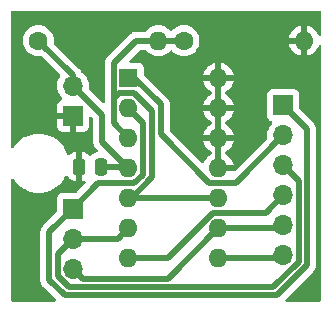
<source format=gbr>
%TF.GenerationSoftware,KiCad,Pcbnew,(6.0.4)*%
%TF.CreationDate,2022-06-28T14:13:10+02:00*%
%TF.ProjectId,safety board opamp,73616665-7479-4206-926f-617264206f70,rev?*%
%TF.SameCoordinates,Original*%
%TF.FileFunction,Copper,L2,Bot*%
%TF.FilePolarity,Positive*%
%FSLAX46Y46*%
G04 Gerber Fmt 4.6, Leading zero omitted, Abs format (unit mm)*
G04 Created by KiCad (PCBNEW (6.0.4)) date 2022-06-28 14:13:10*
%MOMM*%
%LPD*%
G01*
G04 APERTURE LIST*
G04 Aperture macros list*
%AMRoundRect*
0 Rectangle with rounded corners*
0 $1 Rounding radius*
0 $2 $3 $4 $5 $6 $7 $8 $9 X,Y pos of 4 corners*
0 Add a 4 corners polygon primitive as box body*
4,1,4,$2,$3,$4,$5,$6,$7,$8,$9,$2,$3,0*
0 Add four circle primitives for the rounded corners*
1,1,$1+$1,$2,$3*
1,1,$1+$1,$4,$5*
1,1,$1+$1,$6,$7*
1,1,$1+$1,$8,$9*
0 Add four rect primitives between the rounded corners*
20,1,$1+$1,$2,$3,$4,$5,0*
20,1,$1+$1,$4,$5,$6,$7,0*
20,1,$1+$1,$6,$7,$8,$9,0*
20,1,$1+$1,$8,$9,$2,$3,0*%
G04 Aperture macros list end*
%TA.AperFunction,ComponentPad*%
%ADD10O,1.600000X1.600000*%
%TD*%
%TA.AperFunction,ComponentPad*%
%ADD11C,1.600000*%
%TD*%
%TA.AperFunction,SMDPad,CuDef*%
%ADD12RoundRect,0.250000X0.250000X0.475000X-0.250000X0.475000X-0.250000X-0.475000X0.250000X-0.475000X0*%
%TD*%
%TA.AperFunction,ComponentPad*%
%ADD13R,1.700000X1.700000*%
%TD*%
%TA.AperFunction,ComponentPad*%
%ADD14O,1.700000X1.700000*%
%TD*%
%TA.AperFunction,ComponentPad*%
%ADD15R,1.600000X1.600000*%
%TD*%
%TA.AperFunction,Conductor*%
%ADD16C,0.500000*%
%TD*%
G04 APERTURE END LIST*
D10*
%TO.P,R1,2*%
%TO.N,Vcomp*%
X135001000Y-43053000D03*
D11*
%TO.P,R1,1*%
%TO.N,+24V*%
X124841000Y-43053000D03*
%TD*%
D12*
%TO.P,C1,2*%
%TO.N,GND*%
X128275000Y-53721000D03*
%TO.P,C1,1*%
%TO.N,+24V*%
X130175000Y-53721000D03*
%TD*%
D13*
%TO.P,J1,1,Pin_1*%
%TO.N,Vplc_1*%
X145567000Y-48539000D03*
D14*
%TO.P,J1,2,Pin_2*%
%TO.N,Vinv_1*%
X145567000Y-51079000D03*
%TO.P,J1,3,Pin_3*%
%TO.N,Vplc_2*%
X145567000Y-53619000D03*
%TO.P,J1,4,Pin_4*%
%TO.N,Vinv_2*%
X145567000Y-56159000D03*
%TO.P,J1,5,Pin_5*%
%TO.N,Vplc_3*%
X145567000Y-58699000D03*
%TO.P,J1,6,Pin_6*%
%TO.N,Vinv_3*%
X145567000Y-61239000D03*
%TD*%
D10*
%TO.P,R2,2*%
%TO.N,GND*%
X147320000Y-43053000D03*
D11*
%TO.P,R2,1*%
%TO.N,Vcomp*%
X137160000Y-43053000D03*
%TD*%
D14*
%TO.P,J3,3,Pin_3*%
%TO.N,Vplc_3*%
X127762000Y-62357000D03*
%TO.P,J3,2,Pin_2*%
%TO.N,Vplc_2*%
X127762000Y-59817000D03*
D13*
%TO.P,J3,1,Pin_1*%
%TO.N,Vplc_1*%
X127762000Y-57277000D03*
%TD*%
D15*
%TO.P,U1,1*%
%TO.N,Vinv_1*%
X132461000Y-46223000D03*
D10*
%TO.P,U1,2,-*%
%TO.N,Vplc_1*%
X132461000Y-48763000D03*
%TO.P,U1,3,+*%
%TO.N,Vcomp*%
X132461000Y-51303000D03*
%TO.P,U1,4,V+*%
%TO.N,+24V*%
X132461000Y-53843000D03*
%TO.P,U1,5,+*%
%TO.N,Vcomp*%
X132461000Y-56383000D03*
%TO.P,U1,6,-*%
%TO.N,Vplc_2*%
X132461000Y-58923000D03*
%TO.P,U1,7*%
%TO.N,Vinv_2*%
X132461000Y-61463000D03*
%TO.P,U1,8*%
%TO.N,Vinv_3*%
X140081000Y-61463000D03*
%TO.P,U1,9,-*%
%TO.N,Vplc_3*%
X140081000Y-58923000D03*
%TO.P,U1,10,+*%
%TO.N,Vcomp*%
X140081000Y-56383000D03*
%TO.P,U1,11,V-*%
%TO.N,GND*%
X140081000Y-53843000D03*
%TO.P,U1,12,+*%
X140081000Y-51303000D03*
%TO.P,U1,13,-*%
X140081000Y-48763000D03*
%TO.P,U1,14*%
X140081000Y-46223000D03*
%TD*%
D14*
%TO.P,J2,2,Pin_2*%
%TO.N,+24V*%
X127762000Y-46888400D03*
D13*
%TO.P,J2,1,Pin_1*%
%TO.N,GND*%
X127762000Y-49428400D03*
%TD*%
D16*
%TO.N,+24V*%
X124841000Y-43053000D02*
X127762000Y-45974000D01*
X127762000Y-45974000D02*
X127762000Y-46888400D01*
X130251200Y-49377600D02*
X127762000Y-46888400D01*
X132461000Y-53843000D02*
X130251200Y-51633200D01*
X130251200Y-51633200D02*
X130251200Y-49377600D01*
%TO.N,Vplc_1*%
X133710511Y-54388169D02*
X133710511Y-50012511D01*
X133710511Y-50012511D02*
X132461000Y-48763000D01*
X129905511Y-55133489D02*
X132965191Y-55133489D01*
X127762000Y-57277000D02*
X129905511Y-55133489D01*
X132965191Y-55133489D02*
X133710511Y-54388169D01*
%TO.N,Vplc_2*%
X131567000Y-59817000D02*
X132461000Y-58923000D01*
X127762000Y-59817000D02*
X131567000Y-59817000D01*
%TO.N,Vplc_1*%
X125762969Y-59276031D02*
X127762000Y-57277000D01*
X127054238Y-64621038D02*
X125762969Y-63329769D01*
X145012019Y-64621038D02*
X127054238Y-64621038D01*
X147566030Y-50538030D02*
X147566030Y-62067027D01*
X147566030Y-62067027D02*
X145012019Y-64621038D01*
X125762969Y-63329769D02*
X125762969Y-59276031D01*
X145567000Y-48539000D02*
X147566030Y-50538030D01*
%TO.N,Vplc_2*%
X146866511Y-54918511D02*
X145567000Y-53619000D01*
X144722269Y-63921518D02*
X146866511Y-61777276D01*
X127421518Y-63921518D02*
X144722269Y-63921518D01*
X146866511Y-61777276D02*
X146866511Y-54918511D01*
X126462489Y-62962489D02*
X127421518Y-63921518D01*
X126462489Y-61116511D02*
X126462489Y-62962489D01*
X127762000Y-59817000D02*
X126462489Y-61116511D01*
%TO.N,Vplc_3*%
X135797000Y-63207000D02*
X140081000Y-58923000D01*
X127762000Y-62357000D02*
X128612000Y-63207000D01*
X128612000Y-63207000D02*
X135797000Y-63207000D01*
%TO.N,Vcomp*%
X131211489Y-44973489D02*
X131211489Y-50053489D01*
X133131978Y-43053000D02*
X131211489Y-44973489D01*
X133131978Y-43053000D02*
X137160000Y-43053000D01*
X137160000Y-43053000D02*
X135001000Y-43053000D01*
%TO.N,Vinv_1*%
X132964000Y-46223000D02*
X132461000Y-46223000D01*
X135192520Y-48451520D02*
X132964000Y-46223000D01*
X139293511Y-55092511D02*
X135192520Y-50991520D01*
X139598489Y-55092511D02*
X139293511Y-55092511D01*
X135192520Y-50991520D02*
X135192520Y-48451520D01*
%TO.N,Vcomp*%
X131211489Y-47960022D02*
X131211489Y-50053489D01*
X131673511Y-47498000D02*
X131211489Y-47960022D01*
X134493000Y-49027924D02*
X132963076Y-47498000D01*
X134493000Y-54610000D02*
X134493000Y-49027924D01*
X132720000Y-56383000D02*
X134493000Y-54610000D01*
X132963076Y-47498000D02*
X131673511Y-47498000D01*
X132461000Y-56383000D02*
X132720000Y-56383000D01*
%TO.N,+24V*%
X132339000Y-53721000D02*
X132461000Y-53843000D01*
X130175000Y-53721000D02*
X132339000Y-53721000D01*
%TO.N,Vinv_1*%
X139598489Y-55092511D02*
X139573000Y-55118000D01*
X145567000Y-51079000D02*
X141553489Y-55092511D01*
X141553489Y-55092511D02*
X139598489Y-55092511D01*
%TO.N,Vinv_2*%
X145567000Y-56159000D02*
X144093489Y-57632511D01*
X144093489Y-57632511D02*
X139598489Y-57632511D01*
X135768000Y-61463000D02*
X132461000Y-61463000D01*
X139598489Y-57632511D02*
X135768000Y-61463000D01*
%TO.N,Vplc_3*%
X140081000Y-58923000D02*
X145343000Y-58923000D01*
X145343000Y-58923000D02*
X145567000Y-58699000D01*
%TO.N,Vinv_3*%
X140081000Y-61463000D02*
X145343000Y-61463000D01*
X145343000Y-61463000D02*
X145567000Y-61239000D01*
%TO.N,Vcomp*%
X132461000Y-51303000D02*
X131211489Y-50053489D01*
X132461000Y-56383000D02*
X140081000Y-56383000D01*
%TD*%
%TA.AperFunction,Conductor*%
%TO.N,GND*%
G36*
X148734821Y-40533502D02*
G01*
X148781314Y-40587158D01*
X148792700Y-40639500D01*
X148792700Y-42547874D01*
X148772698Y-42615995D01*
X148719042Y-42662488D01*
X148648768Y-42672592D01*
X148584188Y-42643098D01*
X148552505Y-42601124D01*
X148459414Y-42401489D01*
X148453931Y-42391993D01*
X148328972Y-42213533D01*
X148321916Y-42205125D01*
X148167875Y-42051084D01*
X148159467Y-42044028D01*
X147981007Y-41919069D01*
X147971511Y-41913586D01*
X147774053Y-41821510D01*
X147763761Y-41817764D01*
X147591497Y-41771606D01*
X147577401Y-41771942D01*
X147574000Y-41779884D01*
X147574000Y-44320967D01*
X147577973Y-44334498D01*
X147586522Y-44335727D01*
X147763761Y-44288236D01*
X147774053Y-44284490D01*
X147971511Y-44192414D01*
X147981007Y-44186931D01*
X148159467Y-44061972D01*
X148167875Y-44054916D01*
X148321916Y-43900875D01*
X148328972Y-43892467D01*
X148453931Y-43714007D01*
X148459414Y-43704511D01*
X148552505Y-43504876D01*
X148599422Y-43451591D01*
X148667700Y-43432130D01*
X148735660Y-43452672D01*
X148781725Y-43506695D01*
X148792700Y-43558126D01*
X148792700Y-65024500D01*
X148772698Y-65092621D01*
X148719042Y-65139114D01*
X148666700Y-65150500D01*
X145859428Y-65150500D01*
X145791307Y-65130498D01*
X145744814Y-65076842D01*
X145734710Y-65006568D01*
X145764204Y-64941988D01*
X145770333Y-64935405D01*
X148054941Y-62650797D01*
X148069353Y-62638411D01*
X148080948Y-62629878D01*
X148080953Y-62629873D01*
X148086848Y-62625535D01*
X148091587Y-62619957D01*
X148091590Y-62619954D01*
X148121065Y-62585259D01*
X148127995Y-62577743D01*
X148133690Y-62572048D01*
X148151311Y-62549776D01*
X148154102Y-62546372D01*
X148196621Y-62496324D01*
X148196622Y-62496322D01*
X148201363Y-62490742D01*
X148204691Y-62484226D01*
X148208058Y-62479177D01*
X148211225Y-62474048D01*
X148215764Y-62468311D01*
X148246685Y-62402152D01*
X148248591Y-62398252D01*
X148281799Y-62333219D01*
X148283538Y-62326111D01*
X148285637Y-62320468D01*
X148287554Y-62314705D01*
X148290652Y-62308077D01*
X148305517Y-62236610D01*
X148306487Y-62232326D01*
X148322503Y-62166872D01*
X148323838Y-62161417D01*
X148324530Y-62150263D01*
X148324566Y-62150265D01*
X148324805Y-62146272D01*
X148325179Y-62142080D01*
X148326670Y-62134912D01*
X148324576Y-62057506D01*
X148324530Y-62054099D01*
X148324530Y-50605093D01*
X148325963Y-50586144D01*
X148328127Y-50571916D01*
X148329228Y-50564681D01*
X148324945Y-50512020D01*
X148324530Y-50501807D01*
X148324530Y-50493737D01*
X148324108Y-50490117D01*
X148324107Y-50490099D01*
X148321238Y-50465491D01*
X148320805Y-50461116D01*
X148315484Y-50395691D01*
X148315483Y-50395688D01*
X148314890Y-50388393D01*
X148312634Y-50381429D01*
X148311443Y-50375470D01*
X148310059Y-50369615D01*
X148309212Y-50362349D01*
X148284295Y-50293703D01*
X148282878Y-50289575D01*
X148262637Y-50227094D01*
X148262636Y-50227092D01*
X148260381Y-50220131D01*
X148256585Y-50213876D01*
X148254079Y-50208402D01*
X148251360Y-50202972D01*
X148248863Y-50196093D01*
X148208839Y-50135046D01*
X148206502Y-50131342D01*
X148171539Y-50073723D01*
X148171535Y-50073718D01*
X148168625Y-50068922D01*
X148161227Y-50060546D01*
X148161253Y-50060523D01*
X148158604Y-50057533D01*
X148155896Y-50054294D01*
X148151886Y-50048178D01*
X148146579Y-50043151D01*
X148146576Y-50043147D01*
X148095647Y-49994902D01*
X148093205Y-49992524D01*
X146962405Y-48861724D01*
X146928379Y-48799412D01*
X146925500Y-48772629D01*
X146925500Y-47640866D01*
X146918745Y-47578684D01*
X146867615Y-47442295D01*
X146780261Y-47325739D01*
X146663705Y-47238385D01*
X146527316Y-47187255D01*
X146465134Y-47180500D01*
X144668866Y-47180500D01*
X144606684Y-47187255D01*
X144470295Y-47238385D01*
X144353739Y-47325739D01*
X144266385Y-47442295D01*
X144215255Y-47578684D01*
X144208500Y-47640866D01*
X144208500Y-49437134D01*
X144215255Y-49499316D01*
X144266385Y-49635705D01*
X144353739Y-49752261D01*
X144470295Y-49839615D01*
X144478704Y-49842767D01*
X144478705Y-49842768D01*
X144587451Y-49883535D01*
X144644216Y-49926176D01*
X144668916Y-49992738D01*
X144653709Y-50062087D01*
X144634316Y-50088568D01*
X144531563Y-50196093D01*
X144507629Y-50221138D01*
X144504715Y-50225410D01*
X144504714Y-50225411D01*
X144438096Y-50323069D01*
X144381743Y-50405680D01*
X144339174Y-50497388D01*
X144297975Y-50586144D01*
X144287688Y-50608305D01*
X144227989Y-50823570D01*
X144204251Y-51045695D01*
X144217110Y-51268715D01*
X144218247Y-51273760D01*
X144218966Y-51278877D01*
X144217518Y-51279081D01*
X144213398Y-51343274D01*
X144184119Y-51389200D01*
X141499981Y-54073338D01*
X141437669Y-54107364D01*
X141361288Y-54100071D01*
X141354116Y-54097000D01*
X139953000Y-54097000D01*
X139884879Y-54076998D01*
X139838386Y-54023342D01*
X139827000Y-53971000D01*
X139827000Y-53570885D01*
X140335000Y-53570885D01*
X140339475Y-53586124D01*
X140340865Y-53587329D01*
X140348548Y-53589000D01*
X141348967Y-53589000D01*
X141362498Y-53585027D01*
X141363727Y-53576478D01*
X141316236Y-53399239D01*
X141312490Y-53388947D01*
X141220414Y-53191489D01*
X141214931Y-53181993D01*
X141089972Y-53003533D01*
X141082916Y-52995125D01*
X140928875Y-52841084D01*
X140920467Y-52834028D01*
X140742007Y-52709069D01*
X140732511Y-52703586D01*
X140697359Y-52687195D01*
X140644074Y-52640278D01*
X140624613Y-52572001D01*
X140645155Y-52504041D01*
X140697359Y-52458805D01*
X140732511Y-52442414D01*
X140742007Y-52436931D01*
X140920467Y-52311972D01*
X140928875Y-52304916D01*
X141082916Y-52150875D01*
X141089972Y-52142467D01*
X141214931Y-51964007D01*
X141220414Y-51954511D01*
X141312490Y-51757053D01*
X141316236Y-51746761D01*
X141362394Y-51574497D01*
X141362058Y-51560401D01*
X141354116Y-51557000D01*
X140353115Y-51557000D01*
X140337876Y-51561475D01*
X140336671Y-51562865D01*
X140335000Y-51570548D01*
X140335000Y-53570885D01*
X139827000Y-53570885D01*
X139827000Y-51575115D01*
X139822525Y-51559876D01*
X139821135Y-51558671D01*
X139813452Y-51557000D01*
X138813033Y-51557000D01*
X138799502Y-51560973D01*
X138798273Y-51569522D01*
X138845764Y-51746761D01*
X138849510Y-51757053D01*
X138941586Y-51954511D01*
X138947069Y-51964007D01*
X139072028Y-52142467D01*
X139079084Y-52150875D01*
X139233125Y-52304916D01*
X139241533Y-52311972D01*
X139419993Y-52436931D01*
X139429489Y-52442414D01*
X139464641Y-52458805D01*
X139517926Y-52505722D01*
X139537387Y-52573999D01*
X139516845Y-52641959D01*
X139464641Y-52687195D01*
X139429489Y-52703586D01*
X139419993Y-52709069D01*
X139241533Y-52834028D01*
X139233125Y-52841084D01*
X139079084Y-52995125D01*
X139072028Y-53003533D01*
X138947069Y-53181993D01*
X138941586Y-53191489D01*
X138866127Y-53353311D01*
X138819209Y-53406596D01*
X138750932Y-53426057D01*
X138682972Y-53405515D01*
X138662837Y-53389156D01*
X135987925Y-50714244D01*
X135953899Y-50651932D01*
X135951020Y-50625149D01*
X135951020Y-49029522D01*
X138798273Y-49029522D01*
X138845764Y-49206761D01*
X138849510Y-49217053D01*
X138941586Y-49414511D01*
X138947069Y-49424007D01*
X139072028Y-49602467D01*
X139079084Y-49610875D01*
X139233125Y-49764916D01*
X139241533Y-49771972D01*
X139419993Y-49896931D01*
X139429489Y-49902414D01*
X139464641Y-49918805D01*
X139517926Y-49965722D01*
X139537387Y-50033999D01*
X139516845Y-50101959D01*
X139464641Y-50147195D01*
X139429489Y-50163586D01*
X139419993Y-50169069D01*
X139241533Y-50294028D01*
X139233125Y-50301084D01*
X139079084Y-50455125D01*
X139072028Y-50463533D01*
X138947069Y-50641993D01*
X138941586Y-50651489D01*
X138849510Y-50848947D01*
X138845764Y-50859239D01*
X138799606Y-51031503D01*
X138799942Y-51045599D01*
X138807884Y-51049000D01*
X139808885Y-51049000D01*
X139824124Y-51044525D01*
X139825329Y-51043135D01*
X139827000Y-51035452D01*
X139827000Y-51030885D01*
X140335000Y-51030885D01*
X140339475Y-51046124D01*
X140340865Y-51047329D01*
X140348548Y-51049000D01*
X141348967Y-51049000D01*
X141362498Y-51045027D01*
X141363727Y-51036478D01*
X141316236Y-50859239D01*
X141312490Y-50848947D01*
X141220414Y-50651489D01*
X141214931Y-50641993D01*
X141089972Y-50463533D01*
X141082916Y-50455125D01*
X140928875Y-50301084D01*
X140920467Y-50294028D01*
X140742007Y-50169069D01*
X140732511Y-50163586D01*
X140697359Y-50147195D01*
X140644074Y-50100278D01*
X140624613Y-50032001D01*
X140645155Y-49964041D01*
X140697359Y-49918805D01*
X140732511Y-49902414D01*
X140742007Y-49896931D01*
X140920467Y-49771972D01*
X140928875Y-49764916D01*
X141082916Y-49610875D01*
X141089972Y-49602467D01*
X141214931Y-49424007D01*
X141220414Y-49414511D01*
X141312490Y-49217053D01*
X141316236Y-49206761D01*
X141362394Y-49034497D01*
X141362058Y-49020401D01*
X141354116Y-49017000D01*
X140353115Y-49017000D01*
X140337876Y-49021475D01*
X140336671Y-49022865D01*
X140335000Y-49030548D01*
X140335000Y-51030885D01*
X139827000Y-51030885D01*
X139827000Y-49035115D01*
X139822525Y-49019876D01*
X139821135Y-49018671D01*
X139813452Y-49017000D01*
X138813033Y-49017000D01*
X138799502Y-49020973D01*
X138798273Y-49029522D01*
X135951020Y-49029522D01*
X135951020Y-48518589D01*
X135952453Y-48499638D01*
X135954619Y-48485403D01*
X135954619Y-48485401D01*
X135955719Y-48478171D01*
X135951435Y-48425502D01*
X135951020Y-48415287D01*
X135951020Y-48407227D01*
X135947731Y-48379013D01*
X135947298Y-48374638D01*
X135941974Y-48309181D01*
X135941973Y-48309178D01*
X135941380Y-48301883D01*
X135939124Y-48294919D01*
X135937933Y-48288960D01*
X135936549Y-48283105D01*
X135935702Y-48275839D01*
X135910785Y-48207193D01*
X135909368Y-48203065D01*
X135889127Y-48140584D01*
X135889126Y-48140582D01*
X135886871Y-48133621D01*
X135883075Y-48127366D01*
X135880569Y-48121892D01*
X135877850Y-48116462D01*
X135875353Y-48109583D01*
X135835329Y-48048536D01*
X135832992Y-48044832D01*
X135798029Y-47987213D01*
X135798025Y-47987208D01*
X135795115Y-47982412D01*
X135787717Y-47974036D01*
X135787743Y-47974013D01*
X135785094Y-47971023D01*
X135782386Y-47967784D01*
X135778376Y-47961668D01*
X135773069Y-47956641D01*
X135773066Y-47956637D01*
X135722137Y-47908392D01*
X135719695Y-47906014D01*
X134303203Y-46489522D01*
X138798273Y-46489522D01*
X138845764Y-46666761D01*
X138849510Y-46677053D01*
X138941586Y-46874511D01*
X138947069Y-46884007D01*
X139072028Y-47062467D01*
X139079084Y-47070875D01*
X139233125Y-47224916D01*
X139241533Y-47231972D01*
X139419993Y-47356931D01*
X139429489Y-47362414D01*
X139464641Y-47378805D01*
X139517926Y-47425722D01*
X139537387Y-47493999D01*
X139516845Y-47561959D01*
X139464641Y-47607195D01*
X139429489Y-47623586D01*
X139419993Y-47629069D01*
X139241533Y-47754028D01*
X139233125Y-47761084D01*
X139079084Y-47915125D01*
X139072028Y-47923533D01*
X138947069Y-48101993D01*
X138941586Y-48111489D01*
X138849510Y-48308947D01*
X138845764Y-48319239D01*
X138799606Y-48491503D01*
X138799942Y-48505599D01*
X138807884Y-48509000D01*
X139808885Y-48509000D01*
X139824124Y-48504525D01*
X139825329Y-48503135D01*
X139827000Y-48495452D01*
X139827000Y-48490885D01*
X140335000Y-48490885D01*
X140339475Y-48506124D01*
X140340865Y-48507329D01*
X140348548Y-48509000D01*
X141348967Y-48509000D01*
X141362498Y-48505027D01*
X141363727Y-48496478D01*
X141316236Y-48319239D01*
X141312490Y-48308947D01*
X141220414Y-48111489D01*
X141214931Y-48101993D01*
X141089972Y-47923533D01*
X141082916Y-47915125D01*
X140928875Y-47761084D01*
X140920467Y-47754028D01*
X140742007Y-47629069D01*
X140732511Y-47623586D01*
X140697359Y-47607195D01*
X140644074Y-47560278D01*
X140624613Y-47492001D01*
X140645155Y-47424041D01*
X140697359Y-47378805D01*
X140732511Y-47362414D01*
X140742007Y-47356931D01*
X140920467Y-47231972D01*
X140928875Y-47224916D01*
X141082916Y-47070875D01*
X141089972Y-47062467D01*
X141214931Y-46884007D01*
X141220414Y-46874511D01*
X141312490Y-46677053D01*
X141316236Y-46666761D01*
X141362394Y-46494497D01*
X141362058Y-46480401D01*
X141354116Y-46477000D01*
X140353115Y-46477000D01*
X140337876Y-46481475D01*
X140336671Y-46482865D01*
X140335000Y-46490548D01*
X140335000Y-48490885D01*
X139827000Y-48490885D01*
X139827000Y-46495115D01*
X139822525Y-46479876D01*
X139821135Y-46478671D01*
X139813452Y-46477000D01*
X138813033Y-46477000D01*
X138799502Y-46480973D01*
X138798273Y-46489522D01*
X134303203Y-46489522D01*
X133806405Y-45992724D01*
X133783896Y-45951503D01*
X138799606Y-45951503D01*
X138799942Y-45965599D01*
X138807884Y-45969000D01*
X139808885Y-45969000D01*
X139824124Y-45964525D01*
X139825329Y-45963135D01*
X139827000Y-45955452D01*
X139827000Y-45950885D01*
X140335000Y-45950885D01*
X140339475Y-45966124D01*
X140340865Y-45967329D01*
X140348548Y-45969000D01*
X141348967Y-45969000D01*
X141362498Y-45965027D01*
X141363727Y-45956478D01*
X141316236Y-45779239D01*
X141312490Y-45768947D01*
X141220414Y-45571489D01*
X141214931Y-45561993D01*
X141089972Y-45383533D01*
X141082916Y-45375125D01*
X140928875Y-45221084D01*
X140920467Y-45214028D01*
X140742007Y-45089069D01*
X140732511Y-45083586D01*
X140535053Y-44991510D01*
X140524761Y-44987764D01*
X140352497Y-44941606D01*
X140338401Y-44941942D01*
X140335000Y-44949884D01*
X140335000Y-45950885D01*
X139827000Y-45950885D01*
X139827000Y-44955033D01*
X139823027Y-44941502D01*
X139814478Y-44940273D01*
X139637239Y-44987764D01*
X139626947Y-44991510D01*
X139429489Y-45083586D01*
X139419993Y-45089069D01*
X139241533Y-45214028D01*
X139233125Y-45221084D01*
X139079084Y-45375125D01*
X139072028Y-45383533D01*
X138947069Y-45561993D01*
X138941586Y-45571489D01*
X138849510Y-45768947D01*
X138845764Y-45779239D01*
X138799606Y-45951503D01*
X133783896Y-45951503D01*
X133772379Y-45930412D01*
X133769500Y-45903629D01*
X133769500Y-45374866D01*
X133762745Y-45312684D01*
X133711615Y-45176295D01*
X133624261Y-45059739D01*
X133507705Y-44972385D01*
X133371316Y-44921255D01*
X133309134Y-44914500D01*
X132647349Y-44914500D01*
X132579228Y-44894498D01*
X132532735Y-44840842D01*
X132522631Y-44770568D01*
X132552125Y-44705988D01*
X132558254Y-44699405D01*
X133409254Y-43848405D01*
X133471566Y-43814379D01*
X133498349Y-43811500D01*
X133869133Y-43811500D01*
X133937254Y-43831502D01*
X133972345Y-43865228D01*
X133994802Y-43897300D01*
X134156700Y-44059198D01*
X134161208Y-44062355D01*
X134161211Y-44062357D01*
X134239389Y-44117098D01*
X134344251Y-44190523D01*
X134349233Y-44192846D01*
X134349238Y-44192849D01*
X134545765Y-44284490D01*
X134551757Y-44287284D01*
X134557065Y-44288706D01*
X134557067Y-44288707D01*
X134767598Y-44345119D01*
X134767600Y-44345119D01*
X134772913Y-44346543D01*
X135001000Y-44366498D01*
X135229087Y-44346543D01*
X135234400Y-44345119D01*
X135234402Y-44345119D01*
X135444933Y-44288707D01*
X135444935Y-44288706D01*
X135450243Y-44287284D01*
X135456235Y-44284490D01*
X135652762Y-44192849D01*
X135652767Y-44192846D01*
X135657749Y-44190523D01*
X135762611Y-44117098D01*
X135840789Y-44062357D01*
X135840792Y-44062355D01*
X135845300Y-44059198D01*
X135991405Y-43913093D01*
X136053717Y-43879067D01*
X136124532Y-43884132D01*
X136169595Y-43913093D01*
X136315700Y-44059198D01*
X136320208Y-44062355D01*
X136320211Y-44062357D01*
X136398389Y-44117098D01*
X136503251Y-44190523D01*
X136508233Y-44192846D01*
X136508238Y-44192849D01*
X136704765Y-44284490D01*
X136710757Y-44287284D01*
X136716065Y-44288706D01*
X136716067Y-44288707D01*
X136926598Y-44345119D01*
X136926600Y-44345119D01*
X136931913Y-44346543D01*
X137160000Y-44366498D01*
X137388087Y-44346543D01*
X137393400Y-44345119D01*
X137393402Y-44345119D01*
X137603933Y-44288707D01*
X137603935Y-44288706D01*
X137609243Y-44287284D01*
X137615235Y-44284490D01*
X137811762Y-44192849D01*
X137811767Y-44192846D01*
X137816749Y-44190523D01*
X137921611Y-44117098D01*
X137999789Y-44062357D01*
X137999792Y-44062355D01*
X138004300Y-44059198D01*
X138166198Y-43897300D01*
X138175419Y-43884132D01*
X138294366Y-43714257D01*
X138297523Y-43709749D01*
X138299846Y-43704767D01*
X138299849Y-43704762D01*
X138391961Y-43507225D01*
X138391961Y-43507224D01*
X138394284Y-43502243D01*
X138443244Y-43319522D01*
X146037273Y-43319522D01*
X146084764Y-43496761D01*
X146088510Y-43507053D01*
X146180586Y-43704511D01*
X146186069Y-43714007D01*
X146311028Y-43892467D01*
X146318084Y-43900875D01*
X146472125Y-44054916D01*
X146480533Y-44061972D01*
X146658993Y-44186931D01*
X146668489Y-44192414D01*
X146865947Y-44284490D01*
X146876239Y-44288236D01*
X147048503Y-44334394D01*
X147062599Y-44334058D01*
X147066000Y-44326116D01*
X147066000Y-43325115D01*
X147061525Y-43309876D01*
X147060135Y-43308671D01*
X147052452Y-43307000D01*
X146052033Y-43307000D01*
X146038502Y-43310973D01*
X146037273Y-43319522D01*
X138443244Y-43319522D01*
X138453543Y-43281087D01*
X138473498Y-43053000D01*
X138453543Y-42824913D01*
X138445028Y-42793135D01*
X138441911Y-42781503D01*
X146038606Y-42781503D01*
X146038942Y-42795599D01*
X146046884Y-42799000D01*
X147047885Y-42799000D01*
X147063124Y-42794525D01*
X147064329Y-42793135D01*
X147066000Y-42785452D01*
X147066000Y-41785033D01*
X147062027Y-41771502D01*
X147053478Y-41770273D01*
X146876239Y-41817764D01*
X146865947Y-41821510D01*
X146668489Y-41913586D01*
X146658993Y-41919069D01*
X146480533Y-42044028D01*
X146472125Y-42051084D01*
X146318084Y-42205125D01*
X146311028Y-42213533D01*
X146186069Y-42391993D01*
X146180586Y-42401489D01*
X146088510Y-42598947D01*
X146084764Y-42609239D01*
X146038606Y-42781503D01*
X138441911Y-42781503D01*
X138395707Y-42609067D01*
X138395706Y-42609065D01*
X138394284Y-42603757D01*
X138357372Y-42524598D01*
X138299849Y-42401238D01*
X138299846Y-42401233D01*
X138297523Y-42396251D01*
X138178965Y-42226933D01*
X138169357Y-42213211D01*
X138169355Y-42213208D01*
X138166198Y-42208700D01*
X138004300Y-42046802D01*
X137999792Y-42043645D01*
X137999789Y-42043643D01*
X137921611Y-41988902D01*
X137816749Y-41915477D01*
X137811767Y-41913154D01*
X137811762Y-41913151D01*
X137614225Y-41821039D01*
X137614224Y-41821039D01*
X137609243Y-41818716D01*
X137603935Y-41817294D01*
X137603933Y-41817293D01*
X137393402Y-41760881D01*
X137393400Y-41760881D01*
X137388087Y-41759457D01*
X137160000Y-41739502D01*
X136931913Y-41759457D01*
X136926600Y-41760881D01*
X136926598Y-41760881D01*
X136716067Y-41817293D01*
X136716065Y-41817294D01*
X136710757Y-41818716D01*
X136705776Y-41821039D01*
X136705775Y-41821039D01*
X136508238Y-41913151D01*
X136508233Y-41913154D01*
X136503251Y-41915477D01*
X136398389Y-41988902D01*
X136320211Y-42043643D01*
X136320208Y-42043645D01*
X136315700Y-42046802D01*
X136169595Y-42192907D01*
X136107283Y-42226933D01*
X136036468Y-42221868D01*
X135991405Y-42192907D01*
X135845300Y-42046802D01*
X135840792Y-42043645D01*
X135840789Y-42043643D01*
X135762611Y-41988902D01*
X135657749Y-41915477D01*
X135652767Y-41913154D01*
X135652762Y-41913151D01*
X135455225Y-41821039D01*
X135455224Y-41821039D01*
X135450243Y-41818716D01*
X135444935Y-41817294D01*
X135444933Y-41817293D01*
X135234402Y-41760881D01*
X135234400Y-41760881D01*
X135229087Y-41759457D01*
X135001000Y-41739502D01*
X134772913Y-41759457D01*
X134767600Y-41760881D01*
X134767598Y-41760881D01*
X134557067Y-41817293D01*
X134557065Y-41817294D01*
X134551757Y-41818716D01*
X134546776Y-41821039D01*
X134546775Y-41821039D01*
X134349238Y-41913151D01*
X134349233Y-41913154D01*
X134344251Y-41915477D01*
X134239389Y-41988902D01*
X134161211Y-42043643D01*
X134161208Y-42043645D01*
X134156700Y-42046802D01*
X133994802Y-42208700D01*
X133972345Y-42240771D01*
X133916890Y-42285099D01*
X133869133Y-42294500D01*
X133199048Y-42294500D01*
X133180098Y-42293067D01*
X133165863Y-42290901D01*
X133165859Y-42290901D01*
X133158629Y-42289801D01*
X133151337Y-42290394D01*
X133151334Y-42290394D01*
X133105960Y-42294085D01*
X133095745Y-42294500D01*
X133087685Y-42294500D01*
X133084051Y-42294924D01*
X133084045Y-42294924D01*
X133071020Y-42296443D01*
X133059458Y-42297791D01*
X133055110Y-42298221D01*
X133033037Y-42300016D01*
X132989640Y-42303546D01*
X132989637Y-42303547D01*
X132982342Y-42304140D01*
X132975378Y-42306396D01*
X132969439Y-42307583D01*
X132963568Y-42308970D01*
X132956297Y-42309818D01*
X132949421Y-42312314D01*
X132949412Y-42312316D01*
X132887680Y-42334725D01*
X132883576Y-42336135D01*
X132814079Y-42358648D01*
X132807824Y-42362444D01*
X132802365Y-42364943D01*
X132796917Y-42367671D01*
X132790041Y-42370167D01*
X132728988Y-42410195D01*
X132725315Y-42412513D01*
X132662871Y-42450405D01*
X132654495Y-42457802D01*
X132654471Y-42457775D01*
X132651477Y-42460430D01*
X132648246Y-42463132D01*
X132642126Y-42467144D01*
X132637094Y-42472456D01*
X132588850Y-42523383D01*
X132586472Y-42525825D01*
X130722578Y-44389719D01*
X130708166Y-44402105D01*
X130696571Y-44410638D01*
X130696566Y-44410643D01*
X130690671Y-44414981D01*
X130685932Y-44420559D01*
X130685929Y-44420562D01*
X130656454Y-44455257D01*
X130649524Y-44462773D01*
X130643829Y-44468468D01*
X130641549Y-44471350D01*
X130626208Y-44490740D01*
X130623417Y-44494144D01*
X130580898Y-44544192D01*
X130576156Y-44549774D01*
X130572828Y-44556290D01*
X130569461Y-44561339D01*
X130566294Y-44566468D01*
X130561755Y-44572205D01*
X130530834Y-44638364D01*
X130528931Y-44642258D01*
X130495720Y-44707297D01*
X130493981Y-44714405D01*
X130491882Y-44720048D01*
X130489965Y-44725811D01*
X130486867Y-44732439D01*
X130485377Y-44739601D01*
X130485377Y-44739602D01*
X130472003Y-44803901D01*
X130471033Y-44808185D01*
X130453681Y-44879099D01*
X130452989Y-44890253D01*
X130452953Y-44890251D01*
X130452714Y-44894244D01*
X130452340Y-44898436D01*
X130450849Y-44905604D01*
X130451047Y-44912921D01*
X130452943Y-44983010D01*
X130452989Y-44986417D01*
X130452989Y-47872081D01*
X130452490Y-47883282D01*
X130452339Y-47884972D01*
X130450849Y-47892137D01*
X130452594Y-47956637D01*
X130452943Y-47969543D01*
X130452989Y-47972950D01*
X130452989Y-48202518D01*
X130432987Y-48270639D01*
X130379331Y-48317132D01*
X130309057Y-48327236D01*
X130244477Y-48297742D01*
X130237894Y-48291613D01*
X129141609Y-47195328D01*
X129107583Y-47133016D01*
X129105782Y-47089789D01*
X129123529Y-46954990D01*
X129125156Y-46888400D01*
X129106852Y-46665761D01*
X129052431Y-46449102D01*
X128963354Y-46244240D01*
X128842014Y-46056677D01*
X128691670Y-45891451D01*
X128687619Y-45888252D01*
X128687615Y-45888248D01*
X128520419Y-45756204D01*
X128520416Y-45756202D01*
X128516359Y-45752998D01*
X128515846Y-45752715D01*
X128471032Y-45699381D01*
X128466561Y-45687617D01*
X128458607Y-45663063D01*
X128458605Y-45663058D01*
X128456351Y-45656101D01*
X128452556Y-45649847D01*
X128450049Y-45644372D01*
X128447330Y-45638942D01*
X128444833Y-45632063D01*
X128404814Y-45571024D01*
X128402467Y-45567305D01*
X128399244Y-45561993D01*
X128364595Y-45504893D01*
X128357197Y-45496516D01*
X128357224Y-45496492D01*
X128354571Y-45493500D01*
X128351868Y-45490267D01*
X128347856Y-45484148D01*
X128291617Y-45430872D01*
X128289175Y-45428494D01*
X126176671Y-43315990D01*
X126142645Y-43253678D01*
X126140245Y-43215913D01*
X126154019Y-43058475D01*
X126154498Y-43053000D01*
X126134543Y-42824913D01*
X126126028Y-42793135D01*
X126076707Y-42609067D01*
X126076706Y-42609065D01*
X126075284Y-42603757D01*
X126038372Y-42524598D01*
X125980849Y-42401238D01*
X125980846Y-42401233D01*
X125978523Y-42396251D01*
X125859965Y-42226933D01*
X125850357Y-42213211D01*
X125850355Y-42213208D01*
X125847198Y-42208700D01*
X125685300Y-42046802D01*
X125680792Y-42043645D01*
X125680789Y-42043643D01*
X125602611Y-41988902D01*
X125497749Y-41915477D01*
X125492767Y-41913154D01*
X125492762Y-41913151D01*
X125295225Y-41821039D01*
X125295224Y-41821039D01*
X125290243Y-41818716D01*
X125284935Y-41817294D01*
X125284933Y-41817293D01*
X125074402Y-41760881D01*
X125074400Y-41760881D01*
X125069087Y-41759457D01*
X124841000Y-41739502D01*
X124612913Y-41759457D01*
X124607600Y-41760881D01*
X124607598Y-41760881D01*
X124397067Y-41817293D01*
X124397065Y-41817294D01*
X124391757Y-41818716D01*
X124386776Y-41821039D01*
X124386775Y-41821039D01*
X124189238Y-41913151D01*
X124189233Y-41913154D01*
X124184251Y-41915477D01*
X124079389Y-41988902D01*
X124001211Y-42043643D01*
X124001208Y-42043645D01*
X123996700Y-42046802D01*
X123834802Y-42208700D01*
X123831645Y-42213208D01*
X123831643Y-42213211D01*
X123822035Y-42226933D01*
X123703477Y-42396251D01*
X123701154Y-42401233D01*
X123701151Y-42401238D01*
X123643628Y-42524598D01*
X123606716Y-42603757D01*
X123605294Y-42609065D01*
X123605293Y-42609067D01*
X123555972Y-42793135D01*
X123547457Y-42824913D01*
X123527502Y-43053000D01*
X123547457Y-43281087D01*
X123606716Y-43502243D01*
X123609039Y-43507224D01*
X123609039Y-43507225D01*
X123701151Y-43704762D01*
X123701154Y-43704767D01*
X123703477Y-43709749D01*
X123706634Y-43714257D01*
X123825582Y-43884132D01*
X123834802Y-43897300D01*
X123996700Y-44059198D01*
X124001208Y-44062355D01*
X124001211Y-44062357D01*
X124079389Y-44117098D01*
X124184251Y-44190523D01*
X124189233Y-44192846D01*
X124189238Y-44192849D01*
X124385765Y-44284490D01*
X124391757Y-44287284D01*
X124397065Y-44288706D01*
X124397067Y-44288707D01*
X124607598Y-44345119D01*
X124607600Y-44345119D01*
X124612913Y-44346543D01*
X124841000Y-44366498D01*
X124846475Y-44366019D01*
X125003913Y-44352245D01*
X125073518Y-44366234D01*
X125103990Y-44388671D01*
X126646322Y-45931003D01*
X126680348Y-45993315D01*
X126675283Y-46064130D01*
X126661315Y-46091102D01*
X126576743Y-46215080D01*
X126482688Y-46417705D01*
X126422989Y-46632970D01*
X126399251Y-46855095D01*
X126399548Y-46860248D01*
X126399548Y-46860251D01*
X126405011Y-46954990D01*
X126412110Y-47078115D01*
X126413247Y-47083161D01*
X126413248Y-47083167D01*
X126428624Y-47151391D01*
X126461222Y-47296039D01*
X126488174Y-47362414D01*
X126541605Y-47493999D01*
X126545266Y-47503016D01*
X126547965Y-47507420D01*
X126627659Y-47637469D01*
X126661987Y-47693488D01*
X126808250Y-47862338D01*
X126812225Y-47865638D01*
X126812231Y-47865644D01*
X126817425Y-47869956D01*
X126857059Y-47928860D01*
X126858555Y-47999841D01*
X126821439Y-48060362D01*
X126781168Y-48084880D01*
X126673946Y-48125076D01*
X126658351Y-48133614D01*
X126556276Y-48210115D01*
X126543715Y-48222676D01*
X126467214Y-48324751D01*
X126458676Y-48340346D01*
X126413522Y-48460794D01*
X126409895Y-48476049D01*
X126404369Y-48526914D01*
X126404000Y-48533728D01*
X126404000Y-49156285D01*
X126408475Y-49171524D01*
X126409865Y-49172729D01*
X126417548Y-49174400D01*
X127890000Y-49174400D01*
X127958121Y-49194402D01*
X128004614Y-49248058D01*
X128016000Y-49300400D01*
X128016000Y-50768284D01*
X128020475Y-50783523D01*
X128021865Y-50784728D01*
X128029548Y-50786399D01*
X128656669Y-50786399D01*
X128663490Y-50786029D01*
X128714352Y-50780505D01*
X128729604Y-50776879D01*
X128850054Y-50731724D01*
X128865649Y-50723186D01*
X128967724Y-50646685D01*
X128980285Y-50634124D01*
X129056786Y-50532049D01*
X129065324Y-50516454D01*
X129110478Y-50396006D01*
X129114105Y-50380751D01*
X129119631Y-50329886D01*
X129120000Y-50323072D01*
X129119999Y-49623270D01*
X129140001Y-49555149D01*
X129193657Y-49508656D01*
X129263930Y-49498552D01*
X129328511Y-49528045D01*
X129335094Y-49534175D01*
X129455795Y-49654876D01*
X129489821Y-49717188D01*
X129492700Y-49743971D01*
X129492700Y-51566130D01*
X129491267Y-51585080D01*
X129488001Y-51606549D01*
X129488594Y-51613841D01*
X129488594Y-51613844D01*
X129492285Y-51659218D01*
X129492700Y-51669433D01*
X129492700Y-51677493D01*
X129493125Y-51681137D01*
X129495989Y-51705707D01*
X129496422Y-51710082D01*
X129500243Y-51757053D01*
X129502340Y-51782837D01*
X129504596Y-51789801D01*
X129505787Y-51795760D01*
X129507171Y-51801615D01*
X129508018Y-51808881D01*
X129532935Y-51877527D01*
X129534352Y-51881655D01*
X129553589Y-51941035D01*
X129556849Y-51951099D01*
X129560645Y-51957354D01*
X129563151Y-51962828D01*
X129565870Y-51968258D01*
X129568367Y-51975137D01*
X129572380Y-51981257D01*
X129572380Y-51981258D01*
X129608386Y-52036176D01*
X129610723Y-52039880D01*
X129648605Y-52102307D01*
X129652321Y-52106515D01*
X129652322Y-52106516D01*
X129656003Y-52110684D01*
X129655976Y-52110708D01*
X129658629Y-52113700D01*
X129661332Y-52116933D01*
X129665344Y-52123052D01*
X129685839Y-52142467D01*
X129721583Y-52176328D01*
X129724025Y-52178706D01*
X129832133Y-52286814D01*
X129866159Y-52349126D01*
X129861094Y-52419941D01*
X129818547Y-52476777D01*
X129771565Y-52498191D01*
X129768834Y-52498474D01*
X129601054Y-52554450D01*
X129450652Y-52647522D01*
X129325695Y-52772697D01*
X129322898Y-52777235D01*
X129265647Y-52817824D01*
X129194724Y-52821054D01*
X129133313Y-52785428D01*
X129125938Y-52776932D01*
X129117902Y-52766793D01*
X129003171Y-52652261D01*
X128991760Y-52643249D01*
X128853757Y-52558184D01*
X128840576Y-52552037D01*
X128686290Y-52500862D01*
X128672914Y-52497995D01*
X128578562Y-52488328D01*
X128572145Y-52488000D01*
X128547115Y-52488000D01*
X128531876Y-52492475D01*
X128530671Y-52493865D01*
X128529000Y-52501548D01*
X128529000Y-54935884D01*
X128533475Y-54951123D01*
X128534865Y-54952328D01*
X128542548Y-54953999D01*
X128572095Y-54953999D01*
X128578614Y-54953662D01*
X128674206Y-54943743D01*
X128687600Y-54940851D01*
X128688017Y-54940712D01*
X128688290Y-54940702D01*
X128694343Y-54939395D01*
X128694576Y-54940473D01*
X128758967Y-54938128D01*
X128820051Y-54974312D01*
X128851875Y-55037776D01*
X128844336Y-55108371D01*
X128816988Y-55149331D01*
X128084724Y-55881595D01*
X128022412Y-55915621D01*
X127995629Y-55918500D01*
X126863866Y-55918500D01*
X126801684Y-55925255D01*
X126665295Y-55976385D01*
X126548739Y-56063739D01*
X126461385Y-56180295D01*
X126410255Y-56316684D01*
X126403500Y-56378866D01*
X126403500Y-57510629D01*
X126383498Y-57578750D01*
X126366595Y-57599724D01*
X125274058Y-58692261D01*
X125259646Y-58704647D01*
X125248051Y-58713180D01*
X125248046Y-58713185D01*
X125242151Y-58717523D01*
X125237412Y-58723101D01*
X125237409Y-58723104D01*
X125207934Y-58757799D01*
X125201004Y-58765315D01*
X125195309Y-58771010D01*
X125193029Y-58773892D01*
X125177688Y-58793282D01*
X125174897Y-58796686D01*
X125155047Y-58820051D01*
X125127636Y-58852316D01*
X125124308Y-58858832D01*
X125120941Y-58863881D01*
X125117774Y-58869010D01*
X125113235Y-58874747D01*
X125082314Y-58940906D01*
X125080411Y-58944800D01*
X125047200Y-59009839D01*
X125045461Y-59016947D01*
X125043362Y-59022590D01*
X125041445Y-59028353D01*
X125038347Y-59034981D01*
X125036857Y-59042143D01*
X125036857Y-59042144D01*
X125023483Y-59106443D01*
X125022513Y-59110727D01*
X125005161Y-59181641D01*
X125004469Y-59192795D01*
X125004433Y-59192793D01*
X125004194Y-59196786D01*
X125003820Y-59200978D01*
X125002329Y-59208146D01*
X125002527Y-59215463D01*
X125004423Y-59285552D01*
X125004469Y-59288959D01*
X125004469Y-63262699D01*
X125003036Y-63281649D01*
X124999770Y-63303118D01*
X125000363Y-63310410D01*
X125000363Y-63310413D01*
X125004054Y-63355787D01*
X125004469Y-63366002D01*
X125004469Y-63374062D01*
X125004894Y-63377706D01*
X125007758Y-63402276D01*
X125008191Y-63406651D01*
X125014109Y-63479406D01*
X125016365Y-63486370D01*
X125017556Y-63492329D01*
X125018940Y-63498184D01*
X125019787Y-63505450D01*
X125044704Y-63574096D01*
X125046121Y-63578224D01*
X125068618Y-63647668D01*
X125072414Y-63653923D01*
X125074920Y-63659397D01*
X125077639Y-63664827D01*
X125080136Y-63671706D01*
X125084149Y-63677826D01*
X125084149Y-63677827D01*
X125120155Y-63732745D01*
X125122492Y-63736449D01*
X125160374Y-63798876D01*
X125164090Y-63803084D01*
X125164091Y-63803085D01*
X125167772Y-63807253D01*
X125167745Y-63807277D01*
X125170398Y-63810269D01*
X125173101Y-63813502D01*
X125177113Y-63819621D01*
X125182425Y-63824653D01*
X125233352Y-63872897D01*
X125235794Y-63875275D01*
X126295924Y-64935405D01*
X126329950Y-64997717D01*
X126324885Y-65068532D01*
X126282338Y-65125368D01*
X126215818Y-65150179D01*
X126206829Y-65150500D01*
X122630700Y-65150500D01*
X122562579Y-65130498D01*
X122516086Y-65076842D01*
X122504700Y-65024500D01*
X122504700Y-54843438D01*
X122524702Y-54775317D01*
X122578358Y-54728824D01*
X122648632Y-54718720D01*
X122713212Y-54748214D01*
X122740177Y-54781576D01*
X122740189Y-54781569D01*
X122740254Y-54781672D01*
X122741112Y-54782733D01*
X122744216Y-54788379D01*
X122860285Y-54948135D01*
X122926514Y-55039291D01*
X122929746Y-55043740D01*
X123145818Y-55273833D01*
X123389025Y-55475032D01*
X123655531Y-55644162D01*
X123659110Y-55645846D01*
X123659117Y-55645850D01*
X123937544Y-55776867D01*
X123937548Y-55776869D01*
X123941134Y-55778556D01*
X123944906Y-55779782D01*
X123944907Y-55779782D01*
X123966697Y-55786862D01*
X124241328Y-55876095D01*
X124551380Y-55935241D01*
X124787562Y-55950100D01*
X124945238Y-55950100D01*
X125181420Y-55935241D01*
X125491472Y-55876095D01*
X125766103Y-55786862D01*
X125787893Y-55779782D01*
X125787894Y-55779782D01*
X125791666Y-55778556D01*
X125795252Y-55776869D01*
X125795256Y-55776867D01*
X126073683Y-55645850D01*
X126073690Y-55645846D01*
X126077269Y-55644162D01*
X126343775Y-55475032D01*
X126586982Y-55273833D01*
X126803054Y-55043740D01*
X126806287Y-55039291D01*
X126872515Y-54948135D01*
X126988584Y-54788379D01*
X127125271Y-54539748D01*
X127175614Y-54489692D01*
X127245031Y-54474799D01*
X127311480Y-54499800D01*
X127342827Y-54534148D01*
X127423066Y-54663810D01*
X127432099Y-54675208D01*
X127546829Y-54789739D01*
X127558240Y-54798751D01*
X127696243Y-54883816D01*
X127709424Y-54889963D01*
X127863710Y-54941138D01*
X127877086Y-54944005D01*
X127971438Y-54953672D01*
X127977854Y-54954000D01*
X128002885Y-54954000D01*
X128018124Y-54949525D01*
X128019329Y-54948135D01*
X128021000Y-54940452D01*
X128021000Y-52506116D01*
X128016525Y-52490877D01*
X128015135Y-52489672D01*
X128007452Y-52488001D01*
X127977905Y-52488001D01*
X127971386Y-52488338D01*
X127875794Y-52498257D01*
X127862400Y-52501149D01*
X127708216Y-52552588D01*
X127695038Y-52558761D01*
X127557193Y-52644063D01*
X127545792Y-52653099D01*
X127469771Y-52729252D01*
X127407488Y-52763331D01*
X127336668Y-52758328D01*
X127279795Y-52715830D01*
X127258557Y-52671572D01*
X127257826Y-52668724D01*
X127257823Y-52668714D01*
X127256843Y-52664898D01*
X127255390Y-52661228D01*
X127142102Y-52375095D01*
X127142100Y-52375090D01*
X127140647Y-52371421D01*
X127127867Y-52348174D01*
X126990493Y-52098293D01*
X126990491Y-52098290D01*
X126988584Y-52094821D01*
X126803054Y-51839460D01*
X126623823Y-51648599D01*
X126589697Y-51612258D01*
X126589696Y-51612257D01*
X126586982Y-51609367D01*
X126546238Y-51575660D01*
X126346827Y-51410693D01*
X126343775Y-51408168D01*
X126077269Y-51239038D01*
X126073690Y-51237354D01*
X126073683Y-51237350D01*
X125795256Y-51106333D01*
X125795252Y-51106331D01*
X125791666Y-51104644D01*
X125491472Y-51007105D01*
X125181420Y-50947959D01*
X124945238Y-50933100D01*
X124787562Y-50933100D01*
X124551380Y-50947959D01*
X124241328Y-51007105D01*
X123941134Y-51104644D01*
X123937548Y-51106331D01*
X123937544Y-51106333D01*
X123659117Y-51237350D01*
X123659110Y-51237354D01*
X123655531Y-51239038D01*
X123389025Y-51408168D01*
X123385973Y-51410693D01*
X123186563Y-51575660D01*
X123145818Y-51609367D01*
X123143104Y-51612257D01*
X123143103Y-51612258D01*
X123108977Y-51648599D01*
X122929746Y-51839460D01*
X122744216Y-52094821D01*
X122742308Y-52098292D01*
X122741112Y-52100467D01*
X122740613Y-52100964D01*
X122740189Y-52101631D01*
X122740038Y-52101535D01*
X122690765Y-52150524D01*
X122621348Y-52165414D01*
X122554899Y-52140411D01*
X122512517Y-52083453D01*
X122504700Y-52039762D01*
X122504700Y-50323069D01*
X126404001Y-50323069D01*
X126404371Y-50329890D01*
X126409895Y-50380752D01*
X126413521Y-50396004D01*
X126458676Y-50516454D01*
X126467214Y-50532049D01*
X126543715Y-50634124D01*
X126556276Y-50646685D01*
X126658351Y-50723186D01*
X126673946Y-50731724D01*
X126794394Y-50776878D01*
X126809649Y-50780505D01*
X126860514Y-50786031D01*
X126867328Y-50786400D01*
X127489885Y-50786400D01*
X127505124Y-50781925D01*
X127506329Y-50780535D01*
X127508000Y-50772852D01*
X127508000Y-49700515D01*
X127503525Y-49685276D01*
X127502135Y-49684071D01*
X127494452Y-49682400D01*
X126422116Y-49682400D01*
X126406877Y-49686875D01*
X126405672Y-49688265D01*
X126404001Y-49695948D01*
X126404001Y-50323069D01*
X122504700Y-50323069D01*
X122504700Y-40639500D01*
X122524702Y-40571379D01*
X122578358Y-40524886D01*
X122630700Y-40513500D01*
X148666700Y-40513500D01*
X148734821Y-40533502D01*
G37*
%TD.AperFunction*%
%TD*%
M02*

</source>
